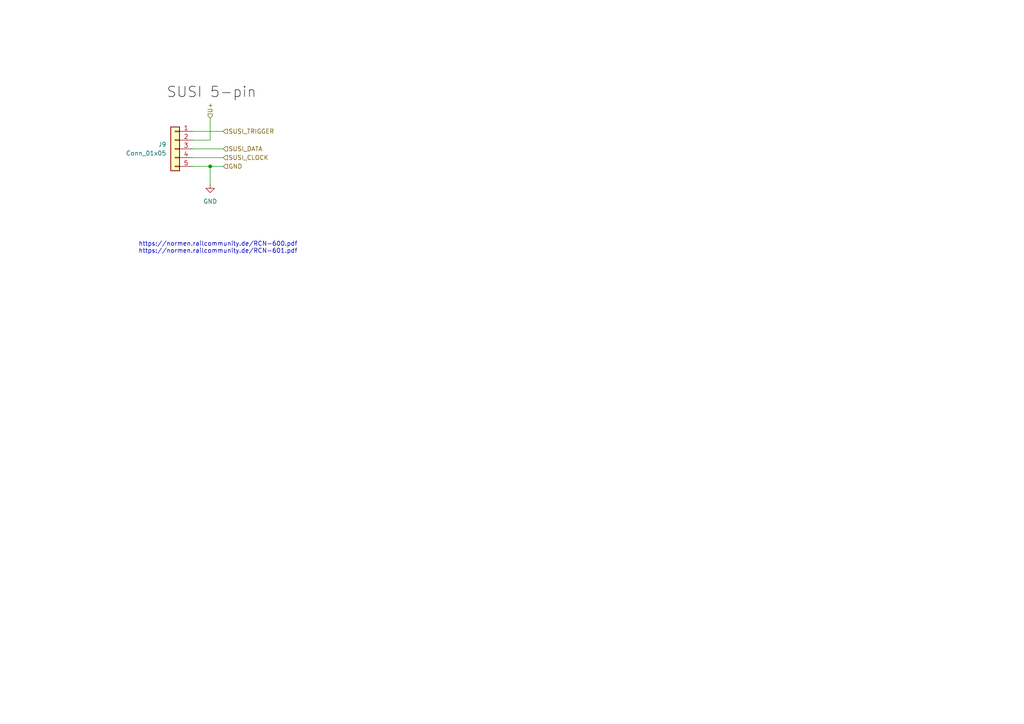
<source format=kicad_sch>
(kicad_sch (version 20231120) (generator "eeschema") (generator_version "7.99")
  (paper "A4")
  (lib_symbols
    (symbol "Connector_Generic:Conn_01x05" (pin_names (offset 1.016) hide)
      (property "Reference" "J" (at 0 7.62 0))
      (property "Value" "Conn_01x05" (at 0 -7.62 0))
      (symbol "Conn_01x05_1_1"
        (rectangle (start -1.27 -4.953) (end 0 -5.207) (stroke (width 0.1524)))
        (rectangle (start -1.27 -2.413) (end 0 -2.667) (stroke (width 0.1524)))
        (rectangle (start -1.27 0.127) (end 0 -0.127) (stroke (width 0.1524)))
        (rectangle (start -1.27 2.667) (end 0 2.413) (stroke (width 0.1524)))
        (rectangle (start -1.27 5.207) (end 0 4.953) (stroke (width 0.1524)))
        (rectangle (start -1.27 6.35) (end 1.27 -6.35) (stroke (width 0.254)) (fill (type background)))
        (pin passive line (at -5.08 5.08 0) (length 3.81) (name "Pin_1") (number "1"))
        (pin passive line (at -5.08 2.54 0) (length 3.81) (name "Pin_2") (number "2"))
        (pin passive line (at -5.08 0 0) (length 3.81) (name "Pin_3") (number "3"))
        (pin passive line (at -5.08 -2.54 0) (length 3.81) (name "Pin_4") (number "4"))
        (pin passive line (at -5.08 -5.08 0) (length 3.81) (name "Pin_5") (number "5"))
      )
    )
    (symbol "power:GND" (power) (pin_names (offset 0))
      (property "Value" "GND" (at 0 -3.81 0))
      (symbol "GND_0_1"
        (polyline (pts (xy 0 0) (xy 0 -1.27) (xy 1.27 -1.27) (xy 0 -2.54) (xy -1.27 -1.27) (xy 0 -1.27)))
      )
      (symbol "GND_1_1"
        (pin power_in line (at 0 0 270) (length 0) hide (name "GND") (number "1"))
      )
    )
  )
  (junction (at 60.96 48.26))
  (wire (pts (xy 64.77 45.72) (xy 55.88 45.72)))
  (wire (pts (xy 60.96 34.29) (xy 60.96 40.64)))
  (wire (pts (xy 55.88 48.26) (xy 60.96 48.26)))
  (wire (pts (xy 64.77 43.18) (xy 55.88 43.18)))
  (wire (pts (xy 64.77 38.1) (xy 55.88 38.1)))
  (wire (pts (xy 55.88 40.64) (xy 60.96 40.64)))
  (wire (pts (xy 60.96 48.26) (xy 64.77 48.26)))
  (wire (pts (xy 60.96 48.26) (xy 60.96 53.34)))
  (text "https://normen.railcommunity.de/RCN-600.pdf\nhttps://normen.railcommunity.de/RCN-601.pdf" (at 63.246 71.882 0) (effects (font (size 1.27 1.27))))
  (label "SUSI 5-pin" (at 48.26 29.21 0) (effects (font (size 3 3))))
  (hierarchical_label "SUSI_TRIGGER" (shape input) (at 64.77 38.1 0))
  (hierarchical_label "U+" (shape input) (at 60.96 34.29 90))
  (hierarchical_label "SUSI_CLOCK" (shape input) (at 64.77 45.72 0))
  (hierarchical_label "GND" (shape input) (at 64.77 48.26 0))
  (hierarchical_label "SUSI_DATA" (shape input) (at 64.77 43.18 0))
  (symbol (lib_id "power:GND") (at 60.96 53.34 0) (unit 1)
    (property "Reference" "#PWR039" (effects (hide yes)))
    (property "Value" "GND" (at 60.96 58.42 0))
    (property "Description" "Power symbol creates a global label with name \"GND\" , ground" (effects (hide yes)))
  )
  (symbol (lib_id "Connector_Generic:Conn_01x05") (at 50.8 43.18 0) (mirror y) (unit 1)
    (property "Reference" "J9" (at 48.26 41.9099 0) (effects (justify left)))
    (property "Value" "Conn_01x05" (at 48.26 44.4499 0) (effects (justify left)))
    (property "Description" "Generic connector, single row, 01x05, script generated (kicad-library-utils/schlib/autogen/connector/)" (effects (hide yes)))
  )
)
</source>
